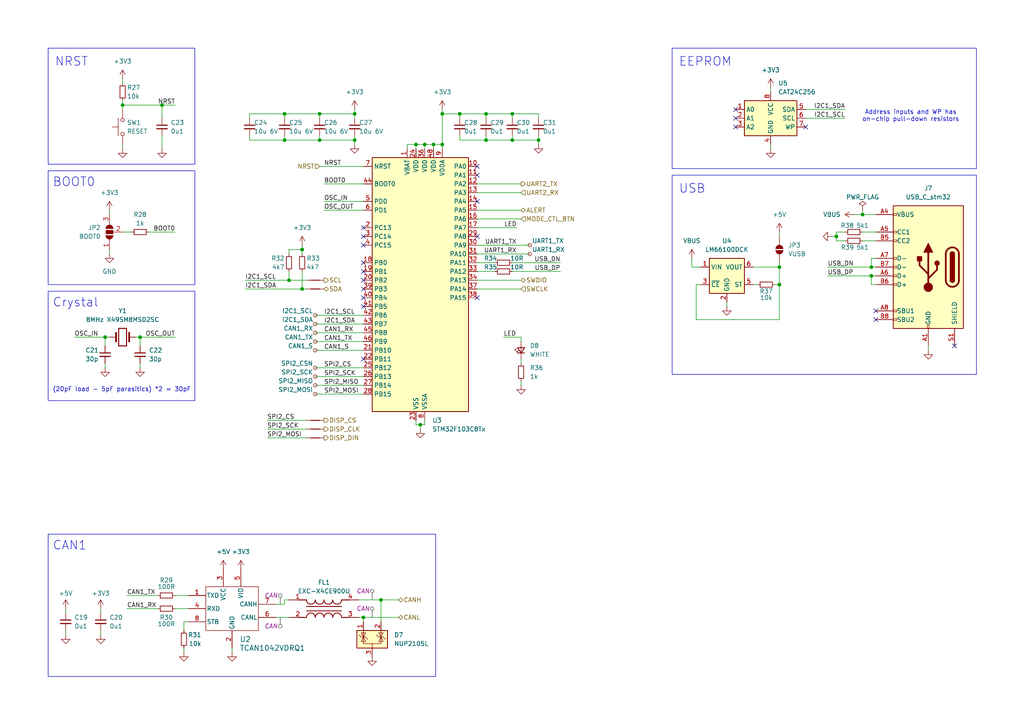
<source format=kicad_sch>
(kicad_sch (version 20231120) (generator "eeschema") (generator_version "8.0")
  (paper "A4")
  (lib_symbols
    (symbol "Connector:TestPoint_Small" (pin_numbers hide) (pin_names (offset 0.762) hide)
      (property "Reference" "TP" (at 0 3.81 0))
      (property "Value" "TestPoint_Small" (at 0 2.032 0))
      (symbol "TestPoint_Small_1_1"
        (pin passive line (at 0 0 90) (length 0) (name "1") (number "1"))
      )
    )
    (symbol "Connector:USB_C_Receptacle_USB2.0_16P" (pin_names (offset 1.016))
      (property "Reference" "J" (at 0 22.225 0))
      (property "Value" "USB_C_Receptacle_USB2.0_16P" (at 0 19.685 0))
      (symbol "USB_C_Receptacle_USB2.0_16P_1_1"
        (pin passive line (at 0 -22.86 90) (length 5.08) (name "GND") (number "A1"))
        (pin passive line (at 0 -22.86 90) (length 5.08) hide (name "GND") (number "A12"))
        (pin passive line (at 15.24 15.24 180) (length 5.08) (name "VBUS") (number "A4"))
        (pin bidirectional line (at 15.24 10.16 180) (length 5.08) (name "CC1") (number "A5"))
        (pin bidirectional line (at 15.24 -2.54 180) (length 5.08) (name "D+") (number "A6"))
        (pin bidirectional line (at 15.24 2.54 180) (length 5.08) (name "D-") (number "A7"))
        (pin bidirectional line (at 15.24 -12.7 180) (length 5.08) (name "SBU1") (number "A8"))
        (pin passive line (at 15.24 15.24 180) (length 5.08) hide (name "VBUS") (number "A9"))
        (pin passive line (at 0 -22.86 90) (length 5.08) hide (name "GND") (number "B1"))
        (pin passive line (at 0 -22.86 90) (length 5.08) hide (name "GND") (number "B12"))
        (pin passive line (at 15.24 15.24 180) (length 5.08) hide (name "VBUS") (number "B4"))
        (pin bidirectional line (at 15.24 7.62 180) (length 5.08) (name "CC2") (number "B5"))
        (pin bidirectional line (at 15.24 -5.08 180) (length 5.08) (name "D+") (number "B6"))
        (pin bidirectional line (at 15.24 0 180) (length 5.08) (name "D-") (number "B7"))
        (pin bidirectional line (at 15.24 -15.24 180) (length 5.08) (name "SBU2") (number "B8"))
        (pin passive line (at 15.24 15.24 180) (length 5.08) hide (name "VBUS") (number "B9"))
        (pin passive line (at -7.62 -22.86 90) (length 5.08) (name "SHIELD") (number "S1"))
      )
    )
    (symbol "Device:C_Small" (pin_numbers hide) (pin_names (offset 0.254) hide)
      (property "Reference" "C" (at 0.254 1.778 0))
      (property "Value" "C_Small" (at 0.254 -2.032 0))
      (symbol "C_Small_1_1"
        (pin passive line (at 0 2.54 270) (length 2.032) (name "~") (number "1"))
        (pin passive line (at 0 -2.54 90) (length 2.032) (name "~") (number "2"))
      )
    )
    (symbol "Device:Crystal" (pin_numbers hide) (pin_names (offset 1.016) hide)
      (property "Reference" "Y" (at 0 3.81 0))
      (property "Value" "Crystal" (at 0 -3.81 0))
      (symbol "Crystal_1_1"
        (pin passive line (at -3.81 0 0) (length 1.27) (name "1") (number "1"))
        (pin passive line (at 3.81 0 180) (length 1.27) (name "2") (number "2"))
      )
    )
    (symbol "Device:LED_Small" (pin_numbers hide) (pin_names (offset 0.254) hide)
      (property "Reference" "D" (at -1.27 3.175 0))
      (property "Value" "LED_Small" (at -4.445 -2.54 0))
      (symbol "LED_Small_1_1"
        (pin passive line (at -2.54 0 0) (length 1.778) (name "K") (number "1"))
        (pin passive line (at 2.54 0 180) (length 1.778) (name "A") (number "2"))
      )
    )
    (symbol "Device:NetTie_2" (pin_numbers hide) (pin_names (offset 0) hide) (in_bom no)
      (property "Reference" "NT" (at 0 1.27 0))
      (property "Value" "NetTie_2" (at 0 -1.27 0))
      (symbol "NetTie_2_1_1"
        (pin passive line (at -2.54 0 0) (length 2.54) (name "1") (number "1"))
        (pin passive line (at 2.54 0 180) (length 2.54) (name "2") (number "2"))
      )
    )
    (symbol "Device:R_Small" (pin_numbers hide) (pin_names (offset 0.254) hide)
      (property "Reference" "R" (at 0.762 0.508 0))
      (property "Value" "R_Small" (at 0.762 -1.016 0))
      (symbol "R_Small_1_1"
        (pin passive line (at 0 2.54 270) (length 0.762) (name "~") (number "1"))
        (pin passive line (at 0 -2.54 90) (length 0.762) (name "~") (number "2"))
      )
    )
    (symbol "Jumper:SolderJumper_2_Open" (pin_numbers hide) (pin_names (offset 0) hide) (exclude_from_sim yes) (in_bom no)
      (property "Reference" "JP" (at 0 2.032 0))
      (property "Value" "SolderJumper_2_Open" (at 0 -2.54 0))
      (symbol "SolderJumper_2_Open_1_1"
        (pin passive line (at -3.81 0 0) (length 2.54) (name "A") (number "1"))
        (pin passive line (at 3.81 0 180) (length 2.54) (name "B") (number "2"))
      )
    )
    (symbol "Jumper:SolderJumper_3_Open" (pin_names (offset 0) hide) (exclude_from_sim yes) (in_bom no)
      (property "Reference" "JP" (at -2.54 -2.54 0))
      (property "Value" "SolderJumper_3_Open" (at 0 2.794 0))
      (symbol "SolderJumper_3_Open_1_1"
        (pin passive line (at -5.08 0 0) (length 2.54) (name "A") (number "1"))
        (pin passive line (at 0 -3.81 90) (length 2.54) (name "C") (number "2"))
        (pin passive line (at 5.08 0 180) (length 2.54) (name "B") (number "3"))
      )
    )
    (symbol "MCU_ST_STM32F1:STM32F103C8Tx"
      (property "Reference" "U" (at -12.7 39.37 0))
      (property "Value" "STM32F103C8Tx" (at 10.16 39.37 0))
      (symbol "STM32F103C8Tx_1_1"
        (pin power_in line (at -2.54 40.64 270) (length 2.54) (name "VBAT") (number "1"))
        (pin bidirectional line (at 17.78 35.56 180) (length 2.54) (name "PA0") (number "10"))
        (pin bidirectional line (at 17.78 33.02 180) (length 2.54) (name "PA1") (number "11"))
        (pin bidirectional line (at 17.78 30.48 180) (length 2.54) (name "PA2") (number "12"))
        (pin bidirectional line (at 17.78 27.94 180) (length 2.54) (name "PA3") (number "13"))
        (pin bidirectional line (at 17.78 25.4 180) (length 2.54) (name "PA4") (number "14"))
        (pin bidirectional line (at 17.78 22.86 180) (length 2.54) (name "PA5") (number "15"))
        (pin bidirectional line (at 17.78 20.32 180) (length 2.54) (name "PA6") (number "16"))
        (pin bidirectional line (at 17.78 17.78 180) (length 2.54) (name "PA7") (number "17"))
        (pin bidirectional line (at -15.24 7.62 0) (length 2.54) (name "PB0") (number "18"))
        (pin bidirectional line (at -15.24 5.08 0) (length 2.54) (name "PB1") (number "19"))
        (pin bidirectional line (at -15.24 17.78 0) (length 2.54) (name "PC13") (number "2"))
        (pin bidirectional line (at -15.24 2.54 0) (length 2.54) (name "PB2") (number "20"))
        (pin bidirectional line (at -15.24 -17.78 0) (length 2.54) (name "PB10") (number "21"))
        (pin bidirectional line (at -15.24 -20.32 0) (length 2.54) (name "PB11") (number "22"))
        (pin power_in line (at 0 -38.1 90) (length 2.54) (name "VSS") (number "23"))
        (pin power_in line (at 0 40.64 270) (length 2.54) (name "VDD") (number "24"))
        (pin bidirectional line (at -15.24 -22.86 0) (length 2.54) (name "PB12") (number "25"))
        (pin bidirectional line (at -15.24 -25.4 0) (length 2.54) (name "PB13") (number "26"))
        (pin bidirectional line (at -15.24 -27.94 0) (length 2.54) (name "PB14") (number "27"))
        (pin bidirectional line (at -15.24 -30.48 0) (length 2.54) (name "PB15") (number "28"))
        (pin bidirectional line (at 17.78 15.24 180) (length 2.54) (name "PA8") (number "29"))
        (pin bidirectional line (at -15.24 15.24 0) (length 2.54) (name "PC14") (number "3"))
        (pin bidirectional line (at 17.78 12.7 180) (length 2.54) (name "PA9") (number "30"))
        (pin bidirectional line (at 17.78 10.16 180) (length 2.54) (name "PA10") (number "31"))
        (pin bidirectional line (at 17.78 7.62 180) (length 2.54) (name "PA11") (number "32"))
        (pin bidirectional line (at 17.78 5.08 180) (length 2.54) (name "PA12") (number "33"))
        (pin bidirectional line (at 17.78 2.54 180) (length 2.54) (name "PA13") (number "34"))
        (pin passive line (at 0 -38.1 90) (length 2.54) hide (name "VSS") (number "35"))
        (pin power_in line (at 2.54 40.64 270) (length 2.54) (name "VDD") (number "36"))
        (pin bidirectional line (at 17.78 0 180) (length 2.54) (name "PA14") (number "37"))
        (pin bidirectional line (at 17.78 -2.54 180) (length 2.54) (name "PA15") (number "38"))
        (pin bidirectional line (at -15.24 0 0) (length 2.54) (name "PB3") (number "39"))
        (pin bidirectional line (at -15.24 12.7 0) (length 2.54) (name "PC15") (number "4"))
        (pin bidirectional line (at -15.24 -2.54 0) (length 2.54) (name "PB4") (number "40"))
        (pin bidirectional line (at -15.24 -5.08 0) (length 2.54) (name "PB5") (number "41"))
        (pin bidirectional line (at -15.24 -7.62 0) (length 2.54) (name "PB6") (number "42"))
        (pin bidirectional line (at -15.24 -10.16 0) (length 2.54) (name "PB7") (number "43"))
        (pin input line (at -15.24 30.48 0) (length 2.54) (name "BOOT0") (number "44"))
        (pin bidirectional line (at -15.24 -12.7 0) (length 2.54) (name "PB8") (number "45"))
        (pin bidirectional line (at -15.24 -15.24 0) (length 2.54) (name "PB9") (number "46"))
        (pin passive line (at 0 -38.1 90) (length 2.54) hide (name "VSS") (number "47"))
        (pin power_in line (at 5.08 40.64 270) (length 2.54) (name "VDD") (number "48"))
        (pin bidirectional line (at -15.24 25.4 0) (length 2.54) (name "PD0") (number "5"))
        (pin bidirectional line (at -15.24 22.86 0) (length 2.54) (name "PD1") (number "6"))
        (pin input line (at -15.24 35.56 0) (length 2.54) (name "NRST") (number "7"))
        (pin power_in line (at 2.54 -38.1 90) (length 2.54) (name "VSSA") (number "8"))
        (pin power_in line (at 7.62 40.64 270) (length 2.54) (name "VDDA") (number "9"))
      )
    )
    (symbol "Memory_EEPROM:CAT24C256"
      (property "Reference" "U" (at -6.35 6.35 0))
      (property "Value" "CAT24C256" (at 1.27 6.35 0))
      (symbol "CAT24C256_1_1"
        (pin input line (at -10.16 2.54 0) (length 2.54) (name "A0") (number "1"))
        (pin input line (at -10.16 0 0) (length 2.54) (name "A1") (number "2"))
        (pin input line (at -10.16 -2.54 0) (length 2.54) (name "A2") (number "3"))
        (pin power_in line (at 0 -7.62 90) (length 2.54) (name "GND") (number "4"))
        (pin bidirectional line (at 10.16 2.54 180) (length 2.54) (name "SDA") (number "5"))
        (pin input line (at 10.16 0 180) (length 2.54) (name "SCL") (number "6"))
        (pin input line (at 10.16 -2.54 180) (length 2.54) (name "WP") (number "7"))
        (pin power_in line (at 0 7.62 270) (length 2.54) (name "VCC") (number "8"))
      )
    )
    (symbol "Power_Management:LM66100DCK"
      (property "Reference" "U" (at -5.08 6.096 0))
      (property "Value" "LM66100DCK" (at 0.254 -6.35 0))
      (symbol "LM66100DCK_1_1"
        (pin power_in line (at -7.62 2.54 0) (length 2.54) (name "VIN") (number "1"))
        (pin power_in line (at 0 -7.62 90) (length 2.54) (name "GND") (number "2"))
        (pin input line (at -7.62 -2.54 0) (length 2.54) (name "~{CE}") (number "3"))
        (pin no_connect line (at 0 5.08 270) (length 2.54) hide (name "NC") (number "4"))
        (pin open_collector line (at 7.62 -2.54 180) (length 2.54) (name "ST") (number "5"))
        (pin power_out line (at 7.62 2.54 180) (length 2.54) (name "VOUT") (number "6"))
      )
    )
    (symbol "Power_Protection:NUP2105L" (pin_names hide)
      (property "Reference" "D" (at 5.715 2.54 0))
      (property "Value" "NUP2105L" (at 5.715 0.635 0))
      (symbol "NUP2105L_0_0"
        (pin passive line (at 0 -5.08 90) (length 2.54) (name "A") (number "3"))
      )
      (symbol "NUP2105L_1_1"
        (pin passive line (at -2.54 5.08 270) (length 2.54) (name "K") (number "1"))
        (pin passive line (at 2.54 5.08 270) (length 2.54) (name "K") (number "2"))
      )
    )
    (symbol "SamacSys_Parts_EP6:EXC-X4CE900U" (pin_names hide)
      (property "Reference" "FL" (at -0.254 1.524 0))
      (property "Value" "EXC-X4CE900U" (at -0.254 -0.254 0))
      (symbol "EXC-X4CE900U_1_1"
        (pin passive line (at -2.54 -10.16 90) (length 5.08) (name "1") (number "1"))
        (pin passive line (at 2.54 -10.16 90) (length 5.08) (name "2") (number "2"))
        (pin passive line (at 2.54 10.16 270) (length 5.08) (name "3") (number "3"))
        (pin passive line (at -2.54 10.16 270) (length 5.08) (name "4") (number "4"))
      )
    )
    (symbol "Switch:SW_Push" (pin_numbers hide) (pin_names (offset 1.016) hide)
      (property "Reference" "SW" (at 1.27 2.54 0))
      (property "Value" "SW_Push" (at 0 -1.524 0))
      (symbol "SW_Push_0_1"
        (pin passive line (at -5.08 0 0) (length 2.54) (name "1") (number "1"))
        (pin passive line (at 5.08 0 180) (length 2.54) (name "2") (number "2"))
      )
    )
    (symbol "nturt_kicad_lib_EP6:TCAN1042VDRQ1" (pin_names (offset 0.254))
      (property "Reference" "U" (at 0 2.54 0))
      (property "Value" "TCAN1042VDRQ1" (at 0 0 0))
      (symbol "TCAN1042VDRQ1_0_1"
        (pin input line (at -12.7 3.81 0) (length 5.08) (name "TXD") (number "1"))
        (pin power_in line (at 0 -11.43 90) (length 5.08) (name "GND") (number "2"))
        (pin power_in line (at -2.54 11.43 270) (length 5.08) (name "VCC") (number "3"))
        (pin output line (at -12.7 0 0) (length 5.08) (name "RXD") (number "4"))
        (pin power_in line (at 2.54 11.43 270) (length 5.08) (name "VIO") (number "5"))
        (pin bidirectional line (at 12.7 -2.54 180) (length 5.08) (name "CANL") (number "6"))
        (pin bidirectional line (at 12.7 1.27 180) (length 5.08) (name "CANH") (number "7"))
        (pin input line (at -12.7 -3.81 0) (length 5.08) (name "STB") (number "8"))
      )
    )
    (symbol "power:+3V3" (power) (pin_numbers hide) (pin_names (offset 0) hide)
      (property "Value" "+3V3" (at 0 3.556 0))
      (symbol "+3V3_1_1"
        (pin power_in line (at 0 0 90) (length 0) (name "~") (number "1"))
      )
    )
    (symbol "power:+5V" (power) (pin_numbers hide) (pin_names (offset 0) hide)
      (property "Value" "+5V" (at 0 3.556 0))
      (symbol "+5V_1_1"
        (pin power_in line (at 0 0 90) (length 0) (name "~") (number "1"))
      )
    )
    (symbol "power:GND" (power) (pin_numbers hide) (pin_names (offset 0) hide)
      (property "Value" "GND" (at 0 -3.81 0))
      (symbol "GND_1_1"
        (pin power_in line (at 0 0 270) (length 0) (name "~") (number "1"))
      )
    )
    (symbol "power:PWR_FLAG" (power) (pin_numbers hide) (pin_names (offset 0) hide)
      (property "Value" "PWR_FLAG" (at 0 3.81 0))
      (symbol "PWR_FLAG_0_0"
        (pin power_out line (at 0 0 90) (length 0) (name "~") (number "1"))
      )
    )
    (symbol "power:VBUS" (power) (pin_numbers hide) (pin_names (offset 0) hide)
      (property "Value" "VBUS" (at 0 3.556 0))
      (symbol "VBUS_1_1"
        (pin power_in line (at 0 0 90) (length 0) (name "~") (number "1"))
      )
    )
  )
  (junction (at 121.92 123.19))
  (junction (at 148.59 40.64))
  (junction (at 226.06 82.55))
  (junction (at 87.63 72.39))
  (junction (at 35.56 30.48))
  (junction (at 92.71 33.02))
  (junction (at 110.49 173.99))
  (junction (at 226.06 77.47))
  (junction (at 252.73 77.47))
  (junction (at 140.97 40.64))
  (junction (at 156.21 40.64))
  (junction (at 123.19 41.91))
  (junction (at 87.63 83.82))
  (junction (at 82.55 33.02))
  (junction (at 102.87 40.64))
  (junction (at 128.27 33.02))
  (junction (at 125.73 41.91))
  (junction (at 105.41 179.07))
  (junction (at 83.82 81.28))
  (junction (at 30.48 97.79))
  (junction (at 82.55 40.64))
  (junction (at 133.35 33.02))
  (junction (at 120.65 41.91))
  (junction (at 148.59 33.02))
  (junction (at 92.71 40.64))
  (junction (at 40.64 97.79))
  (junction (at 128.27 41.91))
  (junction (at 46.99 30.48))
  (junction (at 250.19 62.23))
  (junction (at 242.57 68.58))
  (junction (at 140.97 33.02))
  (junction (at 102.87 33.02))
  (junction (at 252.73 80.01))
  (no_connect (at 105.41 71.12))
  (no_connect (at 105.41 104.14))
  (no_connect (at 105.41 83.82))
  (no_connect (at 105.41 78.74))
  (no_connect (at 213.36 36.83))
  (no_connect (at 105.41 68.58))
  (no_connect (at 213.36 31.75))
  (no_connect (at 254 90.17))
  (no_connect (at 105.41 76.2))
  (no_connect (at 138.43 68.58))
  (no_connect (at 138.43 50.8))
  (no_connect (at 233.68 36.83))
  (no_connect (at 213.36 34.29))
  (no_connect (at 105.41 81.28))
  (no_connect (at 138.43 58.42))
  (no_connect (at 105.41 88.9))
  (no_connect (at 254 92.71))
  (no_connect (at 105.41 66.04))
  (no_connect (at 138.43 48.26))
  (no_connect (at 276.86 100.33))
  (no_connect (at 105.41 86.36))
  (no_connect (at 138.43 86.36))
  (wire (pts (xy 120.65 123.19) (xy 121.92 123.19)))
  (wire (pts (xy 105.41 179.07) (xy 105.41 180.34)))
  (wire (pts (xy 102.87 41.91) (xy 102.87 40.64)))
  (wire (pts (xy 224.79 82.55) (xy 226.06 82.55)))
  (wire (pts (xy 53.34 180.34) (xy 54.61 180.34)))
  (wire (pts (xy 226.06 67.31) (xy 226.06 68.58)))
  (wire (pts (xy 92.71 33.02) (xy 102.87 33.02)))
  (wire (pts (xy 83.82 81.28) (xy 83.82 78.74)))
  (wire (pts (xy 240.03 77.47) (xy 252.73 77.47)))
  (wire (pts (xy 91.44 114.3) (xy 105.41 114.3)))
  (wire (pts (xy 118.11 43.18) (xy 118.11 41.91)))
  (wire (pts (xy 128.27 31.75) (xy 128.27 33.02)))
  (wire (pts (xy 140.97 40.64) (xy 140.97 39.37)))
  (wire (pts (xy 241.3 68.58) (xy 242.57 68.58)))
  (wire (pts (xy 91.44 99.06) (xy 105.41 99.06)))
  (wire (pts (xy 156.21 41.91) (xy 156.21 40.64)))
  (wire (pts (xy 102.87 33.02) (xy 102.87 34.29)))
  (wire (pts (xy 128.27 33.02) (xy 133.35 33.02)))
  (wire (pts (xy 140.97 40.64) (xy 148.59 40.64)))
  (wire (pts (xy 104.14 173.99) (xy 110.49 173.99)))
  (wire (pts (xy 93.98 53.34) (xy 105.41 53.34)))
  (wire (pts (xy 128.27 33.02) (xy 128.27 41.91)))
  (wire (pts (xy 91.44 109.22) (xy 105.41 109.22)))
  (wire (pts (xy 252.73 74.93) (xy 254 74.93)))
  (wire (pts (xy 138.43 66.04) (xy 149.86 66.04)))
  (wire (pts (xy 140.97 33.02) (xy 140.97 34.29)))
  (wire (pts (xy 36.83 176.53) (xy 45.72 176.53)))
  (wire (pts (xy 156.21 40.64) (xy 156.21 39.37)))
  (wire (pts (xy 30.48 97.79) (xy 30.48 100.33)))
  (wire (pts (xy 72.39 33.02) (xy 72.39 34.29)))
  (wire (pts (xy 87.63 73.66) (xy 87.63 72.39)))
  (wire (pts (xy 31.75 73.66) (xy 31.75 72.39)))
  (wire (pts (xy 35.56 41.91) (xy 35.56 43.18)))
  (wire (pts (xy 21.59 97.79) (xy 30.48 97.79)))
  (wire (pts (xy 233.68 34.29) (xy 245.11 34.29)))
  (wire (pts (xy 250.19 60.96) (xy 250.19 62.23)))
  (wire (pts (xy 138.43 53.34) (xy 151.13 53.34)))
  (wire (pts (xy 102.87 40.64) (xy 92.71 40.64)))
  (wire (pts (xy 146.05 97.79) (xy 151.13 97.79)))
  (wire (pts (xy 91.44 96.52) (xy 105.41 96.52)))
  (wire (pts (xy 151.13 97.79) (xy 151.13 99.06)))
  (wire (pts (xy 250.19 69.85) (xy 254 69.85)))
  (wire (pts (xy 92.71 33.02) (xy 92.71 34.29)))
  (wire (pts (xy 242.57 67.31) (xy 245.11 67.31)))
  (wire (pts (xy 91.44 93.98) (xy 105.41 93.98)))
  (wire (pts (xy 80.01 175.26) (xy 82.55 175.26)))
  (wire (pts (xy 19.05 177.8) (xy 19.05 176.53)))
  (wire (pts (xy 125.73 41.91) (xy 128.27 41.91)))
  (wire (pts (xy 138.43 71.12) (xy 153.67 71.12)))
  (wire (pts (xy 252.73 80.01) (xy 254 80.01)))
  (wire (pts (xy 40.64 100.33) (xy 40.64 97.79)))
  (wire (pts (xy 77.47 124.46) (xy 88.9 124.46)))
  (wire (pts (xy 151.13 111.76) (xy 151.13 110.49)))
  (wire (pts (xy 50.8 176.53) (xy 54.61 176.53)))
  (wire (pts (xy 120.65 43.18) (xy 120.65 41.91)))
  (wire (pts (xy 82.55 40.64) (xy 72.39 40.64)))
  (wire (pts (xy 92.71 40.64) (xy 82.55 40.64)))
  (wire (pts (xy 121.92 123.19) (xy 123.19 123.19)))
  (wire (pts (xy 156.21 33.02) (xy 156.21 34.29)))
  (wire (pts (xy 87.63 71.12) (xy 87.63 72.39)))
  (wire (pts (xy 210.82 88.9) (xy 210.82 87.63)))
  (wire (pts (xy 29.21 177.8) (xy 29.21 176.53)))
  (wire (pts (xy 50.8 172.72) (xy 54.61 172.72)))
  (wire (pts (xy 80.01 179.07) (xy 83.82 179.07)))
  (wire (pts (xy 50.8 67.31) (xy 43.18 67.31)))
  (wire (pts (xy 91.44 101.6) (xy 105.41 101.6)))
  (wire (pts (xy 123.19 41.91) (xy 125.73 41.91)))
  (wire (pts (xy 118.11 41.91) (xy 120.65 41.91)))
  (wire (pts (xy 138.43 60.96) (xy 151.13 60.96)))
  (wire (pts (xy 46.99 30.48) (xy 50.8 30.48)))
  (wire (pts (xy 102.87 31.75) (xy 102.87 33.02)))
  (wire (pts (xy 82.55 40.64) (xy 82.55 39.37)))
  (wire (pts (xy 133.35 33.02) (xy 133.35 34.29)))
  (wire (pts (xy 223.52 25.4) (xy 223.52 26.67)))
  (wire (pts (xy 245.11 69.85) (xy 242.57 69.85)))
  (wire (pts (xy 201.93 82.55) (xy 203.2 82.55)))
  (wire (pts (xy 247.65 62.23) (xy 250.19 62.23)))
  (wire (pts (xy 87.63 83.82) (xy 87.63 78.74)))
  (wire (pts (xy 138.43 81.28) (xy 151.13 81.28)))
  (wire (pts (xy 87.63 72.39) (xy 83.82 72.39)))
  (wire (pts (xy 148.59 40.64) (xy 148.59 39.37)))
  (wire (pts (xy 105.41 179.07) (xy 115.57 179.07)))
  (wire (pts (xy 123.19 123.19) (xy 123.19 121.92)))
  (wire (pts (xy 148.59 78.74) (xy 162.56 78.74)))
  (wire (pts (xy 121.92 124.46) (xy 121.92 123.19)))
  (wire (pts (xy 138.43 78.74) (xy 143.51 78.74)))
  (wire (pts (xy 120.65 41.91) (xy 123.19 41.91)))
  (wire (pts (xy 46.99 30.48) (xy 46.99 34.29)))
  (wire (pts (xy 242.57 68.58) (xy 242.57 69.85)))
  (wire (pts (xy 252.73 77.47) (xy 254 77.47)))
  (wire (pts (xy 40.64 105.41) (xy 40.64 106.68)))
  (wire (pts (xy 93.98 58.42) (xy 105.41 58.42)))
  (wire (pts (xy 30.48 97.79) (xy 31.75 97.79)))
  (wire (pts (xy 226.06 77.47) (xy 226.06 82.55)))
  (wire (pts (xy 138.43 55.88) (xy 151.13 55.88)))
  (wire (pts (xy 250.19 67.31) (xy 254 67.31)))
  (wire (pts (xy 91.44 106.68) (xy 105.41 106.68)))
  (wire (pts (xy 226.06 76.2) (xy 226.06 77.47)))
  (wire (pts (xy 35.56 29.21) (xy 35.56 30.48)))
  (wire (pts (xy 92.71 40.64) (xy 92.71 39.37)))
  (wire (pts (xy 233.68 31.75) (xy 245.11 31.75)))
  (wire (pts (xy 250.19 62.23) (xy 254 62.23)))
  (wire (pts (xy 93.98 60.96) (xy 105.41 60.96)))
  (wire (pts (xy 133.35 40.64) (xy 140.97 40.64)))
  (wire (pts (xy 53.34 182.88) (xy 53.34 180.34)))
  (wire (pts (xy 87.63 83.82) (xy 88.9 83.82)))
  (wire (pts (xy 138.43 83.82) (xy 151.13 83.82)))
  (wire (pts (xy 140.97 33.02) (xy 148.59 33.02)))
  (wire (pts (xy 82.55 173.99) (xy 83.82 173.99)))
  (wire (pts (xy 269.24 101.6) (xy 269.24 100.33)))
  (wire (pts (xy 138.43 76.2) (xy 143.51 76.2)))
  (wire (pts (xy 72.39 40.64) (xy 72.39 39.37)))
  (wire (pts (xy 148.59 33.02) (xy 156.21 33.02)))
  (wire (pts (xy 91.44 91.44) (xy 105.41 91.44)))
  (wire (pts (xy 38.1 67.31) (xy 35.56 67.31)))
  (wire (pts (xy 120.65 123.19) (xy 120.65 121.92)))
  (wire (pts (xy 40.64 97.79) (xy 39.37 97.79)))
  (wire (pts (xy 82.55 33.02) (xy 72.39 33.02)))
  (wire (pts (xy 83.82 81.28) (xy 88.9 81.28)))
  (wire (pts (xy 200.66 77.47) (xy 203.2 77.47)))
  (wire (pts (xy 110.49 173.99) (xy 110.49 180.34)))
  (wire (pts (xy 252.73 80.01) (xy 252.73 82.55)))
  (wire (pts (xy 31.75 60.96) (xy 31.75 62.23)))
  (wire (pts (xy 252.73 74.93) (xy 252.73 77.47)))
  (wire (pts (xy 30.48 105.41) (xy 30.48 106.68)))
  (wire (pts (xy 82.55 33.02) (xy 92.71 33.02)))
  (wire (pts (xy 151.13 104.14) (xy 151.13 105.41)))
  (wire (pts (xy 91.44 111.76) (xy 105.41 111.76)))
  (wire (pts (xy 77.47 127) (xy 88.9 127)))
  (wire (pts (xy 226.06 82.55) (xy 226.06 92.71)))
  (wire (pts (xy 82.55 173.99) (xy 82.55 175.26)))
  (wire (pts (xy 148.59 40.64) (xy 156.21 40.64)))
  (wire (pts (xy 123.19 43.18) (xy 123.19 41.91)))
  (wire (pts (xy 83.82 72.39) (xy 83.82 73.66)))
  (wire (pts (xy 133.35 33.02) (xy 140.97 33.02)))
  (wire (pts (xy 138.43 63.5) (xy 151.13 63.5)))
  (wire (pts (xy 218.44 77.47) (xy 226.06 77.47)))
  (wire (pts (xy 67.31 189.23) (xy 67.31 187.96)))
  (wire (pts (xy 240.03 80.01) (xy 252.73 80.01)))
  (wire (pts (xy 133.35 40.64) (xy 133.35 39.37)))
  (wire (pts (xy 125.73 43.18) (xy 125.73 41.91)))
  (wire (pts (xy 29.21 184.15) (xy 29.21 182.88)))
  (wire (pts (xy 201.93 92.71) (xy 226.06 92.71)))
  (wire (pts (xy 252.73 82.55) (xy 254 82.55)))
  (wire (pts (xy 40.64 97.79) (xy 50.8 97.79)))
  (wire (pts (xy 218.44 82.55) (xy 219.71 82.55)))
  (wire (pts (xy 223.52 41.91) (xy 223.52 43.18)))
  (wire (pts (xy 35.56 30.48) (xy 35.56 31.75)))
  (wire (pts (xy 201.93 82.55) (xy 201.93 92.71)))
  (wire (pts (xy 148.59 76.2) (xy 162.56 76.2)))
  (wire (pts (xy 128.27 41.91) (xy 128.27 43.18)))
  (wire (pts (xy 71.12 81.28) (xy 83.82 81.28)))
  (wire (pts (xy 102.87 40.64) (xy 102.87 39.37)))
  (wire (pts (xy 105.41 179.07) (xy 104.14 179.07)))
  (wire (pts (xy 148.59 33.02) (xy 148.59 34.29)))
  (wire (pts (xy 138.43 73.66) (xy 153.67 73.66)))
  (wire (pts (xy 35.56 30.48) (xy 46.99 30.48)))
  (wire (pts (xy 36.83 172.72) (xy 45.72 172.72)))
  (wire (pts (xy 77.47 121.92) (xy 88.9 121.92)))
  (wire (pts (xy 242.57 67.31) (xy 242.57 68.58)))
  (wire (pts (xy 53.34 189.23) (xy 53.34 187.96)))
  (wire (pts (xy 82.55 33.02) (xy 82.55 34.29)))
  (wire (pts (xy 200.66 74.93) (xy 200.66 77.47)))
  (wire (pts (xy 92.71 48.26) (xy 105.41 48.26)))
  (wire (pts (xy 71.12 83.82) (xy 87.63 83.82)))
  (wire (pts (xy 46.99 39.37) (xy 46.99 43.18)))
  (wire (pts (xy 35.56 22.86) (xy 35.56 24.13)))
  (wire (pts (xy 19.05 184.15) (xy 19.05 182.88)))
  (wire (pts (xy 110.49 173.99) (xy 115.57 173.99)))
  (rectangle (start 194.945 50.8) (end 283.21 108.585))
  (rectangle (start 13.97 13.97) (end 56.515 47.625))
  (rectangle (start 13.97 84.455) (end 56.515 116.205))
  (rectangle (start 13.97 154.94) (end 126.365 196.215))
  (rectangle (start 194.945 13.97) (end 283.21 48.895))
  (rectangle (start 13.97 49.53) (end 56.515 82.55))
  (text "Address inputs and WP has\non-chip pull-down resistors" (at 264.16 33.655 0) (effects (font (size 1.27 1.27))))
  (text "BOOT0" (at 15.24 51.435 0) (effects (font (size 2.54 2.54)) (justify left top)))
  (text "CAN1" (at 15.24 156.845 0) (effects (font (size 2.54 2.54)) (justify left top)))
  (text "(20pF load - 5pF parasitics) *2 = 30pF" (at 15.24 113.792 0) (effects (font (size 1.27 1.27)) (justify left bottom)))
  (text "USB" (at 196.85 53.34 0) (effects (font (size 2.54 2.54)) (justify left top)))
  (text "NRST" (at 15.875 16.51 0) (effects (font (size 2.54 2.54)) (justify left top)))
  (text "Crystal" (at 15.24 86.36 0) (effects (font (size 2.54 2.54)) (justify left top)))
  (text "EEPROM" (at 196.85 16.51 0) (effects (font (size 2.54 2.54)) (justify left top)))
  (label "UART1_RX" (at 149.86 73.66 180))
  (label "I2C1_SCL" (at 93.98 91.44 0))
  (label "BOOT0" (at 93.98 53.34 0))
  (label "I2C1_SCL" (at 245.11 34.29 180))
  (label "SPI2_CS" (at 77.47 121.92 0))
  (label "SPI2_CS" (at 93.98 106.68 0))
  (label "I2C1_SDA" (at 245.11 31.75 180))
  (label "USB_DN" (at 162.56 76.2 180))
  (label "SPI2_MOSI" (at 93.98 114.3 0))
  (label "CAN1_RX" (at 36.83 176.53 0))
  (label "CAN1_S" (at 93.98 101.6 0))
  (label "I2C1_SDA" (at 71.12 83.82 0))
  (label "OSC_IN" (at 93.98 58.42 0))
  (label "OSC_OUT" (at 50.8 97.79 180))
  (label "NRST" (at 50.8 30.48 180))
  (label "SPI2_SCK" (at 93.98 109.22 0))
  (label "USB_DP" (at 162.56 78.74 180))
  (label "I2C1_SCL" (at 71.12 81.28 0))
  (label "CAN1_TX" (at 93.98 99.06 0))
  (label "I2C1_SDA" (at 93.98 93.98 0))
  (label "OSC_OUT" (at 93.98 60.96 0))
  (label "NRST" (at 93.98 48.26 0))
  (label "SPI2_SCK" (at 77.47 124.46 0))
  (label "UART1_TX" (at 149.86 71.12 180))
  (label "SPI2_MOSI" (at 77.47 127 0))
  (label "LED" (at 146.05 97.79 0))
  (label "USB_DN" (at 240.03 77.47 0))
  (label "CAN1_RX" (at 93.98 96.52 0))
  (label "BOOT0" (at 50.8 67.31 180))
  (label "SPI2_MISO" (at 93.98 111.76 0))
  (label "USB_DP" (at 240.03 80.01 0))
  (label "CAN1_TX" (at 36.83 172.72 0))
  (label "OSC_IN" (at 21.59 97.79 0))
  (label "LED" (at 149.86 66.04 180))
  (hierarchical_label "CANH" (shape bidirectional) (at 115.57 173.99 0))
  (hierarchical_label "SWCLK" (shape input) (at 151.13 83.82 0))
  (hierarchical_label "MODE_CTL_BTN" (shape input) (at 151.13 63.5 0))
  (hierarchical_label "CANL" (shape bidirectional) (at 115.57 179.07 0))
  (hierarchical_label "ALERT" (shape bidirectional) (at 151.13 60.96 0))
  (hierarchical_label "SCL" (shape output) (at 93.98 81.28 0))
  (hierarchical_label "SDA" (shape bidirectional) (at 93.98 83.82 0))
  (hierarchical_label "DISP_CS" (shape output) (at 93.98 121.92 0))
  (hierarchical_label "UART2_TX" (shape output) (at 151.13 53.34 0))
  (hierarchical_label "UART2_RX" (shape input) (at 151.13 55.88 0))
  (hierarchical_label "DISP_CLK" (shape output) (at 93.98 124.46 0))
  (hierarchical_label "NRST" (shape input) (at 92.71 48.26 180))
  (hierarchical_label "DISP_DIN" (shape output) (at 93.98 127 0))
  (hierarchical_label "SWDIO" (shape tri_state) (at 151.13 81.28 0))
  (netclass_flag "" (length 2.54) (shape round) (at 107.95 179.07 0) (property "Netclass" "CAN" (at 107.2515 176.53 0) (effects (font (italic yes)) (justify right))))
  (netclass_flag "" (length 2.54) (shape round) (at 107.95 173.99 0) (property "Netclass" "CAN" (at 107.2515 171.45 0) (effects (font (italic yes)) (justify right))))
  (netclass_flag "" (length 2.54) (shape round) (at 81.28 175.26 0) (property "Netclass" "CAN" (at 80.5815 172.72 0) (effects (font (italic yes)) (justify right))))
  (netclass_flag "" (length 2.54) (shape round) (at 81.28 179.07 180) (property "Netclass" "CAN" (at 80.5815 181.61 0) (effects (font (italic yes)) (justify right))))
  (symbol (lib_id "power:+3V3") (at 87.63 71.12 0) (unit 1)
    (property "Reference" "#PWR040" (effects (hide yes)))
    (property "Value" "+3V3" (at 87.63 66.04 0))
    (property "Description" "Power symbol creates a global label with name \"+3V3\"" (effects (hide yes)))
  )
  (symbol (lib_id "Device:R_Small") (at 48.26 172.72 90) (unit 1)
    (property "Reference" "R29" (at 48.26 168.275 90))
    (property "Value" "100R" (at 48.26 170.18 90))
    (property "Footprint" "Resistor_SMD:R_0402_1005Metric" (effects (hide yes)))
    (property "Description" "Resistor, small symbol" (effects (hide yes)))
  )
  (symbol (lib_id "power:GND") (at 40.64 106.68 0) (unit 1)
    (property "Reference" "#PWR034" (effects (hide yes)))
    (property "Value" "GND" (effects (hide yes)))
    (property "Description" "Power symbol creates a global label with name \"GND\" , ground" (effects (hide yes)))
  )
  (symbol (lib_id "Device:R_Small") (at 146.05 78.74 90) (mirror x) (unit 1)
    (property "Reference" "R35" (at 140.335 77.47 90) (effects (justify right)))
    (property "Value" "10R" (at 147.955 77.47 90) (effects (justify right)))
    (property "Footprint" "Resistor_SMD:R_0402_1005Metric" (effects (hide yes)))
    (property "Description" "Resistor, small symbol" (effects (hide yes)))
  )
  (symbol (lib_id "nturt_kicad_lib_EP6:TCAN1042VDRQ1") (at 67.31 176.53 0) (unit 1)
    (property "Reference" "U2" (at 69.5041 185.42 0) (effects (font (size 1.524 1.524)) (justify left)))
    (property "Value" "TCAN1042VDRQ1" (at 69.5041 187.96 0) (effects (font (size 1.524 1.524)) (justify left)))
    (property "Footprint" "Package_SO:SOIC-8_3.9x4.9mm_P1.27mm" (effects (hide yes)))
    (property "Datasheet" "TCAN1042VDRQ1" (effects (hide yes)))
  )
  (symbol (lib_id "power:GND") (at 35.56 43.18 0) (unit 1)
    (property "Reference" "#PWR033" (effects (hide yes)))
    (property "Value" "GND" (effects (hide yes)))
    (property "Description" "Power symbol creates a global label with name \"GND\" , ground" (effects (hide yes)))
  )
  (symbol (lib_id "Device:R_Small") (at 151.13 107.95 0) (unit 1)
    (property "Reference" "R36" (at 153.67 106.68 0) (effects (justify left)))
    (property "Value" "1k" (at 153.67 109.22 0) (effects (justify left)))
    (property "Footprint" "Resistor_SMD:R_0603_1608Metric" (effects (hide yes)))
    (property "Description" "Resistor, small symbol" (effects (hide yes)))
  )
  (symbol (lib_id "Connector:USB_C_Receptacle_USB2.0_16P") (at 269.24 77.47 0) (mirror y) (unit 1)
    (property "Reference" "J7" (at 269.24 54.61 0))
    (property "Value" "USB_C_stm32" (at 269.24 57.15 0))
    (property "Footprint" "Connector_USB:USB_C_Receptacle_GCT_USB4105-xx-A_16P_TopMnt_Horizontal" (effects (hide yes)))
    (property "Datasheet" "https://www.usb.org/sites/default/files/documents/usb_type-c.zip" (effects (hide yes)))
    (property "Description" "USB 2.0-only 16P Type-C Receptacle connector" (effects (hide yes)))
  )
  (symbol (lib_id "power:GND") (at 151.13 111.76 0) (unit 1)
    (property "Reference" "#PWR046" (effects (hide yes)))
    (property "Value" "GND" (effects (hide yes)))
    (property "Description" "Power symbol creates a global label with name \"GND\" , ground" (effects (hide yes)))
  )
  (symbol (lib_id "Device:C_Small") (at 72.39 36.83 0) (unit 1)
    (property "Reference" "C24" (at 73.66 35.56 0) (effects (justify left)))
    (property "Value" "10u 6V" (at 73.66 38.1 0) (effects (justify left)))
    (property "Footprint" "Capacitor_SMD:C_0402_1005Metric" (effects (hide yes)))
    (property "Description" "Unpolarized capacitor, small symbol" (effects (hide yes)))
  )
  (symbol (lib_id "Device:C_Small") (at 82.55 36.83 0) (unit 1)
    (property "Reference" "C25" (at 83.82 35.56 0) (effects (justify left)))
    (property "Value" "10u 6V" (at 83.82 38.1 0) (effects (justify left)))
    (property "Footprint" "Capacitor_SMD:C_0402_1005Metric" (effects (hide yes)))
    (property "Description" "Unpolarized capacitor, small symbol" (effects (hide yes)))
  )
  (symbol (lib_id "Device:C_Small") (at 46.99 36.83 0) (unit 1)
    (property "Reference" "C23" (at 49.53 35.5663 0) (effects (justify left)))
    (property "Value" "0u1" (at 49.53 38.1063 0) (effects (justify left)))
    (property "Footprint" "Capacitor_SMD:C_0402_1005Metric" (effects (hide yes)))
    (property "Description" "Unpolarized capacitor, small symbol" (effects (hide yes)))
  )
  (symbol (lib_id "power:GND") (at 210.82 88.9 0) (unit 1)
    (property "Reference" "#PWR049" (effects (hide yes)))
    (property "Value" "GND" (effects (hide yes)))
    (property "Description" "Power symbol creates a global label with name \"GND\" , ground" (effects (hide yes)))
  )
  (symbol (lib_id "Device:R_Small") (at 222.25 82.55 270) (unit 1)
    (property "Reference" "R37" (at 222.25 84.455 90))
    (property "Value" "10k" (at 222.25 86.36 90))
    (property "Footprint" "Resistor_SMD:R_0402_1005Metric" (effects (hide yes)))
    (property "Description" "Resistor, small symbol" (effects (hide yes)))
  )
  (symbol (lib_id "Device:R_Small") (at 35.56 26.67 0) (unit 1)
    (property "Reference" "R27" (at 36.83 25.4 0) (effects (justify left)))
    (property "Value" "10k" (at 36.83 27.94 0) (effects (justify left)))
    (property "Footprint" "Resistor_SMD:R_0402_1005Metric" (effects (hide yes)))
    (property "Description" "Resistor, small symbol" (effects (hide yes)))
  )
  (symbol (lib_id "power:+3V3") (at 35.56 22.86 0) (unit 1)
    (property "Reference" "#PWR032" (effects (hide yes)))
    (property "Value" "+3V3" (at 35.56 17.78 0))
    (property "Description" "Power symbol creates a global label with name \"+3V3\"" (effects (hide yes)))
  )
  (symbol (lib_id "Device:C_Small") (at 102.87 36.83 0) (unit 1)
    (property "Reference" "C27" (at 104.14 35.56 0) (effects (justify left)))
    (property "Value" "10u 6V" (at 104.14 38.1 0) (effects (justify left)))
    (property "Footprint" "Capacitor_SMD:C_0402_1005Metric" (effects (hide yes)))
    (property "Description" "Unpolarized capacitor, small symbol" (effects (hide yes)))
  )
  (symbol (lib_id "Connector:TestPoint_Small") (at 91.44 93.98 0) (unit 1)
    (property "Reference" "TP2" (effects (hide yes)))
    (property "Value" "I2C1_SDA" (at 90.805 92.71 0) (effects (justify right)))
    (property "Footprint" "TestPoint:TestPoint_Pad_D1.0mm" (effects (hide yes)))
    (property "Description" "test point" (effects (hide yes)))
  )
  (symbol (lib_id "Device:R_Small") (at 40.64 67.31 90) (unit 1)
    (property "Reference" "R28" (at 40.64 62.23 90))
    (property "Value" "1k" (at 40.64 64.77 90))
    (property "Footprint" "Resistor_SMD:R_0402_1005Metric" (effects (hide yes)))
    (property "Description" "Resistor, small symbol" (effects (hide yes)))
  )
  (symbol (lib_id "Device:NetTie_2") (at 91.44 121.92 0) (unit 1) (in_bom no) (on_board no)
    (property "Reference" "NT7" (effects (hide yes)))
    (property "Value" "NetTie_2" (effects (hide yes)))
    (property "Description" "Net tie, 2 pins" (effects (hide yes)))
  )
  (symbol (lib_id "SamacSys_Parts_EP6:EXC-X4CE900U") (at 93.98 176.53 270) (unit 1)
    (property "Reference" "FL1" (at 93.98 168.91 90))
    (property "Value" "EXC-X4CE900U" (at 93.98 171.45 90))
    (property "Footprint" "SamacSys_Parts_EP6:EXCX4CE900U" (effects (hide yes)))
    (property "Datasheet" "https://industrial.panasonic.com/cdbs/www-data/pdf/AWE0000/AWE0000C258.pdf" (effects (hide yes)))
    (property "Description" "Series/Type: Common mode Filters (0202 small size), Size [LW] (mm): 0.650.50, Height (mm): 0.3, Impedance [Common Mode] (): 90, Rated Voltage [DC] (V): 5, Rated Current [DC] (mA): 100, DC Resistance [max.] (): 3.0+/-30%, Number of circuit: 1" (effects (hide yes)))
    (property "Mouser Part Number" "667-EXC-X4CE900U" (effects (hide yes)))
    (property "Mouser Price/Stock" "https://www.mouser.co.uk/ProductDetail/Panasonic/EXC-X4CE900U?qs=r%2Fc3XikQTkKbkY%2FGNti4Lw%3D%3D" (effects (hide yes)))
    (property "Manufacturer_Name" "Panasonic" (effects (hide yes)))
    (property "Manufacturer_Part_Number" "EXC-X4CE900U" (effects (hide yes)))
    (property "Simulation Data" "https://industrial.panasonic.com/content/data/CC/files/EXCX4CE900U.zip" (effects (hide yes)))
  )
  (symbol (lib_id "Connector:TestPoint_Small") (at 91.44 101.6 0) (unit 1)
    (property "Reference" "TP5" (effects (hide yes)))
    (property "Value" "CAN1_S" (at 90.805 100.33 0) (effects (justify right)))
    (property "Footprint" "TestPoint:TestPoint_Pad_D1.0mm" (effects (hide yes)))
    (property "Description" "test point" (effects (hide yes)))
  )
  (symbol (lib_id "power:GND") (at 67.31 189.23 0) (unit 1)
    (property "Reference" "#PWR038" (effects (hide yes)))
    (property "Value" "GND" (effects (hide yes)))
    (property "Description" "Power symbol creates a global label with name \"GND\" , ground" (effects (hide yes)))
  )
  (symbol (lib_id "Power_Management:LM66100DCK") (at 210.82 80.01 0) (unit 1)
    (property "Reference" "U4" (at 210.82 69.85 0))
    (property "Value" "LM66100DCK" (at 210.82 72.39 0))
    (property "Footprint" "Package_TO_SOT_SMD:SOT-363_SC-70-6" (effects (hide yes)))
    (property "Datasheet" "https://www.ti.com/lit/ds/symlink/lm66100.pdf" (effects (hide yes)))
    (property "Description" "Ideal Diode With Input Polarity Protection 1.5 - 5.5V  Input Voltage, 1.5A Output Current, Ron 141 mOhm, SC-70-6" (effects (hide yes)))
  )
  (symbol (lib_id "Device:C_Small") (at 133.35 36.83 0) (unit 1)
    (property "Reference" "C28" (at 134.62 35.56 0) (effects (justify left)))
    (property "Value" "0u1" (at 134.62 38.1 0) (effects (justify left)))
    (property "Footprint" "Capacitor_SMD:C_0402_1005Metric" (effects (hide yes)))
    (property "Description" "Unpolarized capacitor, small symbol" (effects (hide yes)))
  )
  (symbol (lib_id "power:GND") (at 269.24 101.6 0) (unit 1)
    (property "Reference" "#PWR055" (effects (hide yes)))
    (property "Value" "GND" (effects (hide yes)))
    (property "Description" "Power symbol creates a global label with name \"GND\" , ground" (effects (hide yes)))
  )
  (symbol (lib_id "Device:NetTie_2") (at 91.44 127 0) (unit 1) (in_bom no) (on_board no)
    (property "Reference" "NT9" (effects (hide yes)))
    (property "Value" "NetTie_2" (effects (hide yes)))
    (property "Description" "Net tie, 2 pins" (effects (hide yes)))
  )
  (symbol (lib_id "Device:C_Small") (at 148.59 36.83 0) (unit 1)
    (property "Reference" "C30" (at 149.86 35.56 0) (effects (justify left)))
    (property "Value" "0u1" (at 149.86 38.1 0) (effects (justify left)))
    (property "Footprint" "Capacitor_SMD:C_0402_1005Metric" (effects (hide yes)))
    (property "Description" "Unpolarized capacitor, small symbol" (effects (hide yes)))
  )
  (symbol (lib_id "Device:NetTie_2") (at 91.44 124.46 0) (unit 1) (in_bom no) (on_board no)
    (property "Reference" "NT8" (effects (hide yes)))
    (property "Value" "NetTie_2" (effects (hide yes)))
    (property "Description" "Net tie, 2 pins" (effects (hide yes)))
  )
  (symbol (lib_id "power:GND") (at 107.95 190.5 0) (unit 1)
    (property "Reference" "#PWR043" (effects (hide yes)))
    (property "Value" "GND" (effects (hide yes)))
    (property "Description" "Power symbol creates a global label with name \"GND\" , ground" (effects (hide yes)))
  )
  (symbol (lib_id "power:+5V") (at 19.05 176.53 0) (unit 1)
    (property "Reference" "#PWR025" (effects (hide yes)))
    (property "Value" "+5V" (at 19.05 172.085 0))
    (property "Description" "Power symbol creates a global label with name \"+5V\"" (effects (hide yes)))
  )
  (symbol (lib_id "power:+3V3") (at 29.21 176.53 0) (unit 1)
    (property "Reference" "#PWR027" (effects (hide yes)))
    (property "Value" "+3V3" (at 29.21 172.085 0))
    (property "Description" "Power symbol creates a global label with name \"+3V3\"" (effects (hide yes)))
  )
  (symbol (lib_id "Connector:TestPoint_Small") (at 91.44 111.76 0) (unit 1)
    (property "Reference" "TP8" (effects (hide yes)))
    (property "Value" "SPI2_MISO" (at 90.805 110.49 0) (effects (justify right)))
    (property "Footprint" "TestPoint:TestPoint_Pad_D1.0mm" (effects (hide yes)))
    (property "Description" "test point" (effects (hide yes)))
  )
  (symbol (lib_id "Device:R_Small") (at 247.65 69.85 90) (mirror x) (unit 1)
    (property "Reference" "R39" (at 243.84 71.755 90) (effects (justify right)))
    (property "Value" "5k1" (at 250.19 71.755 90))
    (property "Footprint" "Resistor_SMD:R_0402_1005Metric" (effects (hide yes)))
    (property "Description" "Resistor, small symbol" (effects (hide yes)))
  )
  (symbol (lib_id "Device:C_Small") (at 30.48 102.87 0) (unit 1)
    (property "Reference" "C21" (at 24.765 101.6 0) (effects (justify left)))
    (property "Value" "30p" (at 24.765 104.14 0) (effects (justify left)))
    (property "Footprint" "Capacitor_SMD:C_0402_1005Metric" (effects (hide yes)))
    (property "Description" "Unpolarized capacitor, small symbol" (effects (hide yes)))
  )
  (symbol (lib_id "power:GND") (at 19.05 184.15 0) (unit 1)
    (property "Reference" "#PWR026" (effects (hide yes)))
    (property "Value" "GND" (effects (hide yes)))
    (property "Description" "Power symbol creates a global label with name \"GND\" , ground" (effects (hide yes)))
  )
  (symbol (lib_id "Connector:TestPoint_Small") (at 153.67 71.12 0) (unit 1)
    (property "Reference" "TP10" (effects (hide yes)))
    (property "Value" "UART1_TX" (at 154.305 69.85 0) (effects (justify left)))
    (property "Footprint" "TestPoint:TestPoint_Pad_D1.0mm" (effects (hide yes)))
    (property "Description" "test point" (effects (hide yes)))
  )
  (symbol (lib_id "power:GND") (at 46.99 43.18 0) (unit 1)
    (property "Reference" "#PWR035" (effects (hide yes)))
    (property "Value" "GND" (effects (hide yes)))
    (property "Description" "Power symbol creates a global label with name \"GND\" , ground" (effects (hide yes)))
  )
  (symbol (lib_id "Device:LED_Small") (at 151.13 101.6 90) (unit 1)
    (property "Reference" "D8" (at 153.67 100.2665 90) (effects (justify right)))
    (property "Value" "WHITE" (at 153.67 102.8065 90) (effects (justify right)))
    (property "Footprint" "LED_SMD:LED_0603_1608Metric" (effects (hide yes)))
    (property "Description" "Light emitting diode, small symbol" (effects (hide yes)))
  )
  (symbol (lib_id "Device:NetTie_2") (at 91.44 83.82 0) (unit 1) (in_bom no) (on_board no)
    (property "Reference" "NT6" (effects (hide yes)))
    (property "Value" "NetTie_2" (effects (hide yes)))
    (property "Description" "Net tie, 2 pins" (effects (hide yes)))
  )
  (symbol (lib_id "power:+3V3") (at 102.87 31.75 0) (unit 1)
    (property "Reference" "#PWR041" (effects (hide yes)))
    (property "Value" "+3V3" (at 102.87 26.67 0))
    (property "Description" "Power symbol creates a global label with name \"+3V3\"" (effects (hide yes)))
  )
  (symbol (lib_id "Device:C_Small") (at 19.05 180.34 0) (unit 1)
    (property "Reference" "C19" (at 21.59 179.0763 0) (effects (justify left)))
    (property "Value" "0u1" (at 21.59 181.6163 0) (effects (justify left)))
    (property "Footprint" "Capacitor_SMD:C_0402_1005Metric" (effects (hide yes)))
    (property "Description" "Unpolarized capacitor, small symbol" (effects (hide yes)))
  )
  (symbol (lib_id "Switch:SW_Push") (at 35.56 36.83 90) (unit 1)
    (property "Reference" "SW1" (at 36.83 35.56 90) (effects (justify right)))
    (property "Value" "RESET" (at 36.83 38.1 90) (effects (justify right)))
    (property "Footprint" "Button_Switch_SMD:SW_Push_1P1T_XKB_TS-1187A" (effects (hide yes)))
    (property "Description" "Push button switch, generic, two pins" (effects (hide yes)))
  )
  (symbol (lib_id "power:GND") (at 102.87 41.91 0) (unit 1)
    (property "Reference" "#PWR042" (effects (hide yes)))
    (property "Value" "GND" (effects (hide yes)))
    (property "Description" "Power symbol creates a global label with name \"GND\" , ground" (effects (hide yes)))
  )
  (symbol (lib_id "power:GND") (at 30.48 106.68 0) (unit 1)
    (property "Reference" "#PWR029" (effects (hide yes)))
    (property "Value" "GND" (effects (hide yes)))
    (property "Description" "Power symbol creates a global label with name \"GND\" , ground" (effects (hide yes)))
  )
  (symbol (lib_id "Device:C_Small") (at 156.21 36.83 0) (unit 1)
    (property "Reference" "C31" (at 157.48 35.56 0) (effects (justify left)))
    (property "Value" "0u1" (at 157.48 38.1 0) (effects (justify left)))
    (property "Footprint" "Capacitor_SMD:C_0402_1005Metric" (effects (hide yes)))
    (property "Description" "Unpolarized capacitor, small symbol" (effects (hide yes)))
  )
  (symbol (lib_id "power:GND") (at 241.3 68.58 270) (unit 1)
    (property "Reference" "#PWR053" (effects (hide yes)))
    (property "Value" "GND" (effects (hide yes)))
    (property "Description" "Power symbol creates a global label with name \"GND\" , ground" (effects (hide yes)))
  )
  (symbol (lib_id "Device:Crystal") (at 35.56 97.79 0) (unit 1)
    (property "Reference" "Y1" (at 35.56 90.17 0))
    (property "Value" "8MHz X49SM8MSD2SC" (at 35.56 92.71 0))
    (property "Footprint" "Crystal:Crystal_SMD_5032-2Pin_5.0x3.2mm" (effects (hide yes)))
    (property "Description" "Two pin crystal" (effects (hide yes)))
  )
  (symbol (lib_id "power:+3V3") (at 223.52 25.4 0) (unit 1)
    (property "Reference" "#PWR050" (effects (hide yes)))
    (property "Value" "+3V3" (at 223.52 20.32 0))
    (property "Description" "Power symbol creates a global label with name \"+3V3\"" (effects (hide yes)))
  )
  (symbol (lib_id "power:GND") (at 156.21 41.91 0) (unit 1)
    (property "Reference" "#PWR047" (effects (hide yes)))
    (property "Value" "GND" (effects (hide yes)))
    (property "Description" "Power symbol creates a global label with name \"GND\" , ground" (effects (hide yes)))
  )
  (symbol (lib_id "Device:NetTie_2") (at 91.44 81.28 0) (unit 1) (in_bom no) (on_board no)
    (property "Reference" "NT5" (effects (hide yes)))
    (property "Value" "NetTie_2" (effects (hide yes)))
    (property "Description" "Net tie, 2 pins" (effects (hide yes)))
  )
  (symbol (lib_id "Connector:TestPoint_Small") (at 91.44 114.3 0) (unit 1)
    (property "Reference" "TP9" (effects (hide yes)))
    (property "Value" "SPI2_MOSI" (at 90.805 113.03 0) (effects (justify right)))
    (property "Footprint" "TestPoint:TestPoint_Pad_D1.0mm" (effects (hide yes)))
    (property "Description" "test point" (effects (hide yes)))
  )
  (symbol (lib_id "power:GND") (at 223.52 43.18 0) (unit 1)
    (property "Reference" "#PWR051" (effects (hide yes)))
    (property "Value" "GND" (effects (hide yes)))
    (property "Description" "Power symbol creates a global label with name \"GND\" , ground" (effects (hide yes)))
  )
  (symbol (lib_id "Connector:TestPoint_Small") (at 91.44 109.22 0) (unit 1)
    (property "Reference" "TP7" (effects (hide yes)))
    (property "Value" "SPI2_SCK" (at 90.805 107.95 0) (effects (justify right)))
    (property "Footprint" "TestPoint:TestPoint_Pad_D1.0mm" (effects (hide yes)))
    (property "Description" "test point" (effects (hide yes)))
  )
  (symbol (lib_id "power:GND") (at 29.21 184.15 0) (unit 1)
    (property "Reference" "#PWR028" (effects (hide yes)))
    (property "Value" "GND" (effects (hide yes)))
    (property "Description" "Power symbol creates a global label with name \"GND\" , ground" (effects (hide yes)))
  )
  (symbol (lib_id "power:GND") (at 121.92 124.46 0) (unit 1)
    (property "Reference" "#PWR044" (effects (hide yes)))
    (property "Value" "GND" (effects (hide yes)))
    (property "Description" "Power symbol creates a global label with name \"GND\" , ground" (effects (hide yes)))
  )
  (symbol (lib_id "Power_Protection:NUP2105L") (at 107.95 185.42 0) (unit 1)
    (property "Reference" "D7" (at 114.3 184.1499 0) (effects (justify left)))
    (property "Value" "NUP2105L" (at 114.3 186.6899 0) (effects (justify left)))
    (property "Footprint" "Package_TO_SOT_SMD:SOT-23" (effects (hide yes)))
    (property "Datasheet" "https://www.onsemi.com/pub_link/Collateral/NUP2105L-D.PDF" (effects (hide yes)))
    (property "Description" "Dual Line CAN Bus Protector, 24Vrwm" (effects (hide yes)))
  )
  (symbol (lib_id "power:+3V3") (at 31.75 60.96 0) (unit 1)
    (property "Reference" "#PWR030" (effects (hide yes)))
    (property "Value" "+3V3" (at 31.75 55.88 0))
    (property "Description" "Power symbol creates a global label with name \"+3V3\"" (effects (hide yes)))
  )
  (symbol (lib_id "Jumper:SolderJumper_3_Open") (at 31.75 67.31 90) (unit 1)
    (property "Reference" "JP2" (at 29.21 66.04 90) (effects (justify left)))
    (property "Value" "BOOT0" (at 29.21 68.58 90) (effects (justify left)))
    (property "Footprint" "Jumper:SolderJumper-3_P1.3mm_Open_Pad1.0x1.5mm" (effects (hide yes)))
    (property "Description" "Solder Jumper, 3-pole, open" (effects (hide yes)))
  )
  (symbol (lib_id "power:VBUS") (at 247.65 62.23 90) (unit 1)
    (property "Reference" "#PWR054" (effects (hide yes)))
    (property "Value" "VBUS" (at 243.84 62.2299 90) (effects (justify left)))
    (property "Description" "Power symbol creates a global label with name \"VBUS\"" (effects (hide yes)))
  )
  (symbol (lib_id "power:VBUS") (at 200.66 74.93 0) (unit 1)
    (property "Reference" "#PWR048" (effects (hide yes)))
    (property "Value" "VBUS" (at 200.66 69.85 0))
    (property "Description" "Power symbol creates a global label with name \"VBUS\"" (effects (hide yes)))
  )
  (symbol (lib_id "Device:C_Small") (at 40.64 102.87 0) (unit 1)
    (property "Reference" "C22" (at 43.18 101.6062 0) (effects (justify left)))
    (property "Value" "30p" (at 43.18 104.1462 0) (effects (justify left)))
    (property "Footprint" "Capacitor_SMD:C_0402_1005Metric" (effects (hide yes)))
    (property "Description" "Unpolarized capacitor, small symbol" (effects (hide yes)))
  )
  (symbol (lib_id "power:+5V") (at 226.06 67.31 0) (mirror y) (unit 1)
    (property "Reference" "#PWR052" (effects (hide yes)))
    (property "Value" "+5V" (at 226.06 62.23 0))
    (property "Description" "Power symbol creates a global label with name \"+5V\"" (effects (hide yes)))
  )
  (symbol (lib_id "power:+3V3") (at 128.27 31.75 0) (unit 1)
    (property "Reference" "#PWR045" (effects (hide yes)))
    (property "Value" "+3V3" (at 128.27 26.67 0))
    (property "Description" "Power symbol creates a global label with name \"+3V3\"" (effects (hide yes)))
  )
  (symbol (lib_id "Connector:TestPoint_Small") (at 153.67 73.66 0) (unit 1)
    (property "Reference" "TP11" (effects (hide yes)))
    (property "Value" "UART1_RX" (at 154.305 72.39 0) (effects (justify left)))
    (property "Footprint" "TestPoint:TestPoint_Pad_D1.0mm" (effects (hide yes)))
    (property "Description" "test point" (effects (hide yes)))
  )
  (symbol (lib_id "Device:R_Small") (at 53.34 185.42 0) (mirror y) (unit 1) (in_bom no)
    (property "Reference" "R31" (at 58.42 184.15 0) (effects (justify left)))
    (property "Value" "10k" (at 58.42 186.69 0) (effects (justify left)))
    (property "Footprint" "Resistor_SMD:R_0402_1005Metric" (effects (hide yes)))
    (property "Description" "Resistor, small symbol" (effects (hide yes)))
  )
  (symbol (lib_id "MCU_ST_STM32F1:STM32F103C8Tx") (at 120.65 83.82 0) (unit 1)
    (property "Reference" "U3" (at 125.3841 121.92 0) (effects (justify left)))
    (property "Value" "STM32F103C8Tx" (at 125.3841 124.46 0) (effects (justify left)))
    (property "Footprint" "Package_QFP:LQFP-48_7x7mm_P0.5mm" (effects (hide yes)))
    (property "Datasheet" "https://www.st.com/resource/en/datasheet/stm32f103c8.pdf" (effects (hide yes)))
    (property "Description" "STMicroelectronics Arm Cortex-M3 MCU, 64KB flash, 20KB RAM, 72 MHz, 2.0-3.6V, 37 GPIO, LQFP48" (effects (hide yes)))
  )
  (symbol (lib_id "Device:C_Small") (at 29.21 180.34 0) (unit 1)
    (property "Reference" "C20" (at 31.75 179.0763 0) (effects (justify left)))
    (property "Value" "0u1" (at 31.75 181.6163 0) (effects (justify left)))
    (property "Footprint" "Capacitor_SMD:C_0402_1005Metric" (effects (hide yes)))
    (property "Description" "Unpolarized capacitor, small symbol" (effects (hide yes)))
  )
  (symbol (lib_id "power:+3V3") (at 69.85 165.1 0) (unit 1)
    (property "Reference" "#PWR039" (effects (hide yes)))
    (property "Value" "+3V3" (at 69.85 160.02 0))
    (property "Description" "Power symbol creates a global label with name \"+3V3\"" (effects (hide yes)))
  )
  (symbol (lib_id "power:GND") (at 53.34 189.23 0) (unit 1)
    (property "Reference" "#PWR036" (effects (hide yes)))
    (property "Value" "GND" (effects (hide yes)))
    (property "Description" "Power symbol creates a global label with name \"GND\" , ground" (effects (hide yes)))
  )
  (symbol (lib_id "Device:R_Small") (at 87.63 76.2 0) (unit 1)
    (property "Reference" "R33" (at 88.9 74.93 0) (effects (justify left)))
    (property "Value" "4k7" (at 88.9 77.47 0) (effects (justify left)))
    (property "Footprint" "Resistor_SMD:R_0402_1005Metric" (effects (hide yes)))
    (property "Description" "Resistor, small symbol" (effects (hide yes)))
  )
  (symbol (lib_id "power:+5V") (at 64.77 165.1 0) (unit 1)
    (property "Reference" "#PWR037" (effects (hide yes)))
    (property "Value" "+5V" (at 64.77 160.02 0))
    (property "Description" "Power symbol creates a global label with name \"+5V\"" (effects (hide yes)))
  )
  (symbol (lib_id "Jumper:SolderJumper_2_Open") (at 226.06 72.39 90) (unit 1) (exclude_from_sim yes) (in_bom no)
    (property "Reference" "JP3" (at 228.6 71.1199 90) (effects (justify right)))
    (property "Value" "VUSB" (at 228.6 73.6599 90) (effects (justify right)))
    (property "Footprint" "Jumper:SolderJumper-2_P1.3mm_Open_TrianglePad1.0x1.5mm" (effects (hide yes)))
    (property "Description" "Solder Jumper, 2-pole, open" (effects (hide yes)))
  )
  (symbol (lib_id "Memory_EEPROM:CAT24C256") (at 223.52 34.29 0) (unit 1)
    (property "Reference" "U5" (at 225.7141 24.13 0) (effects (justify left)))
    (property "Value" "CAT24C256" (at 225.7141 26.67 0) (effects (justify left)))
    (property "Footprint" "Package_SO:SOIC-8_3.9x4.9mm_P1.27mm" (effects (hide yes)))
    (property "Datasheet" "https://www.onsemi.cn/PowerSolutions/document/CAT24C256-D.PDF" (effects (hide yes)))
    (property "Description" "256 kb CMOS Serial EEPROM, DIP-8/SOIC-8/TSSOP-8/DFN-8" (effects (hide yes)))
  )
  (symbol (lib_id "Device:R_Small") (at 48.26 176.53 90) (mirror x) (unit 1)
    (property "Reference" "R30" (at 48.26 179.07 90))
    (property "Value" "100R" (at 48.26 180.975 90))
    (property "Footprint" "Resistor_SMD:R_0402_1005Metric" (effects (hide yes)))
    (property "Description" "Resistor, small symbol" (effects (hide yes)))
  )
  (symbol (lib_id "Device:C_Small") (at 140.97 36.83 0) (unit 1)
    (property "Reference" "C29" (at 142.24 35.56 0) (effects (justify left)))
    (property "Value" "0u1" (at 142.24 38.1 0) (effects (justify left)))
    (property "Footprint" "Capacitor_SMD:C_0402_1005Metric" (effects (hide yes)))
    (property "Description" "Unpolarized capacitor, small symbol" (effects (hide yes)))
  )
  (symbol (lib_id "power:PWR_FLAG") (at 250.19 60.96 0) (unit 1)
    (property "Reference" "#FLG07" (effects (hide yes)))
    (property "Value" "PWR_FLAG" (at 250.19 57.15 0))
    (property "Description" "Special symbol for telling ERC where power comes from" (effects (hide yes)))
  )
  (symbol (lib_id "power:GND") (at 31.75 73.66 0) (unit 1)
    (property "Reference" "#PWR031" (effects (hide yes)))
    (property "Value" "GND" (at 31.75 78.74 0))
    (property "Description" "Power symbol creates a global label with name \"GND\" , ground" (effects (hide yes)))
  )
  (symbol (lib_id "Device:R_Small") (at 146.05 76.2 90) (unit 1)
    (property "Reference" "R34" (at 140.335 74.93 90) (effects (justify right)))
    (property "Value" "10R" (at 147.955 74.93 90) (effects (justify right)))
    (property "Footprint" "Resistor_SMD:R_0402_1005Metric" (effects (hide yes)))
    (property "Description" "Resistor, small symbol" (effects (hide yes)))
  )
  (symbol (lib_id "Connector:TestPoint_Small") (at 91.44 106.68 0) (unit 1)
    (property "Reference" "TP6" (effects (hide yes)))
    (property "Value" "SPI2_CSN" (at 90.805 105.41 0) (effects (justify right)))
    (property "Footprint" "TestPoint:TestPoint_Pad_D1.0mm" (effects (hide yes)))
    (property "Description" "test point" (effects (hide yes)))
  )
  (symbol (lib_id "Connector:TestPoint_Small") (at 91.44 99.06 0) (unit 1)
    (property "Reference" "TP4" (effects (hide yes)))
    (property "Value" "CAN1_TX" (at 90.805 97.79 0) (effects (justify right)))
    (property "Footprint" "TestPoint:TestPoint_Pad_D1.0mm" (effects (hide yes)))
    (property "Description" "test point" (effects (hide yes)))
  )
  (symbol (lib_id "Device:C_Small") (at 92.71 36.83 0) (unit 1)
    (property "Reference" "C26" (at 93.98 35.56 0) (effects (justify left)))
    (property "Value" "10u 6V" (at 93.98 38.1 0) (effects (justify left)))
    (property "Footprint" "Capacitor_SMD:C_0402_1005Metric" (effects (hide yes)))
    (property "Description" "Unpolarized capacitor, small symbol" (effects (hide yes)))
  )
  (symbol (lib_id "Device:R_Small") (at 83.82 76.2 0) (mirror y) (unit 1)
    (property "Reference" "R32" (at 82.55 74.93 0) (effects (justify left)))
    (property "Value" "4k7" (at 82.55 77.47 0) (effects (justify left)))
    (property "Footprint" "Resistor_SMD:R_0402_1005Metric" (effects (hide yes)))
    (property "Description" "Resistor, small symbol" (effects (hide yes)))
  )
  (symbol (lib_id "Connector:TestPoint_Small") (at 91.44 96.52 0) (unit 1)
    (property "Reference" "TP3" (effects (hide yes)))
    (property "Value" "CAN1_RX" (at 90.805 95.25 0) (effects (justify right)))
    (property "Footprint" "TestPoint:TestPoint_Pad_D1.0mm" (effects (hide yes)))
    (property "Description" "test point" (effects (hide yes)))
  )
  (symbol (lib_id "Connector:TestPoint_Small") (at 91.44 91.44 0) (unit 1)
    (property "Reference" "TP1" (effects (hide yes)))
    (property "Value" "I2C1_SCL" (at 90.805 90.17 0) (effects (justify right)))
    (property "Footprint" "TestPoint:TestPoint_Pad_D1.0mm" (effects (hide yes)))
    (property "Description" "test point" (effects (hide yes)))
  )
  (symbol (lib_id "Device:R_Small") (at 247.65 67.31 90) (unit 1)
    (property "Reference" "R38" (at 245.745 65.405 90))
    (property "Value" "5k1" (at 250.19 65.405 90))
    (property "Footprint" "Resistor_SMD:R_0402_1005Metric" (effects (hide yes)))
    (property "Description" "Resistor, small symbol" (effects (hide yes)))
  )
)
</source>
